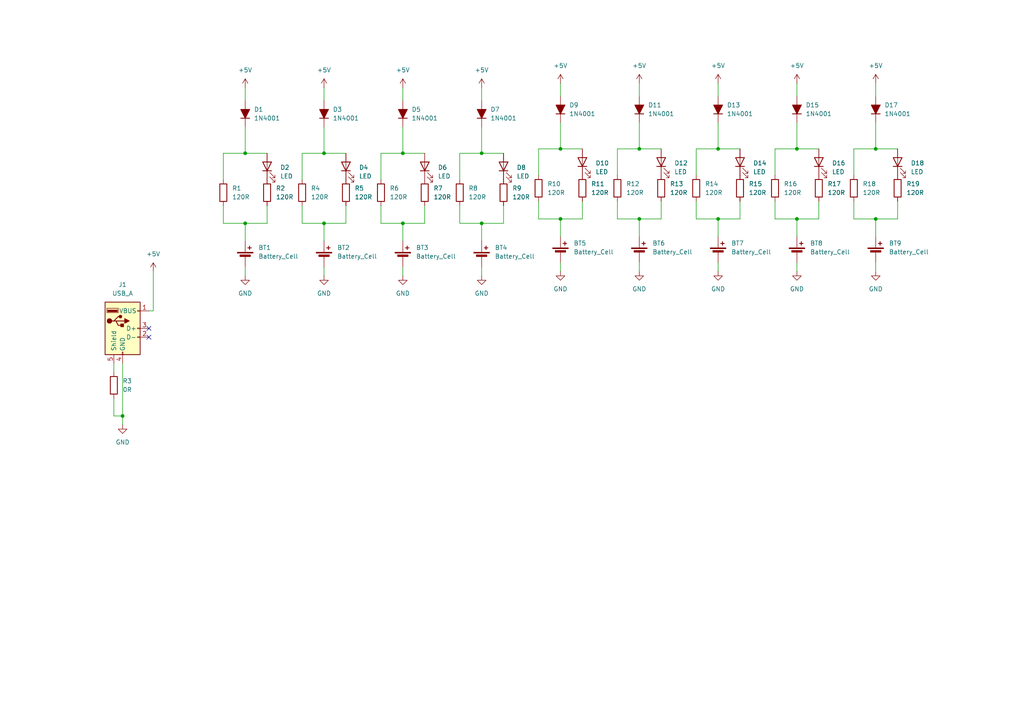
<source format=kicad_sch>
(kicad_sch (version 20231120) (generator "eeschema") (generator_version "8.0")
  (paper "A4")
  (lib_symbols
    (symbol "Connector:USB_A" (pin_names (offset 1.016))
      (property "Reference" "J" (at -5.08 11.43 0))
      (property "Value" "USB_A" (at -5.08 8.89 0))
      (symbol "USB_A_0_1"
        (rectangle (start -5.08 -7.62) (end 5.08 7.62) (stroke (width 0.254)) (fill (type background)))
        (circle (center -3.81 2.159) (radius 0.635) (stroke (width 0.254)) (fill (type outline)))
        (rectangle (start -1.524 4.826) (end -4.318 5.334) (fill (type outline)))
        (rectangle (start -1.27 4.572) (end -4.572 5.842))
        (circle (center -0.635 3.429) (radius 0.381) (stroke (width 0.254)) (fill (type outline)))
        (rectangle (start -0.127 -7.62) (end 0.127 -6.858))
        (polyline (pts (xy -3.175 2.159) (xy -2.54 2.159) (xy -1.27 3.429) (xy -0.635 3.429)) (stroke (width 0.254)))
        (polyline (pts (xy -2.54 2.159) (xy -1.905 2.159) (xy -1.27 0.889) (xy 0 0.889)) (stroke (width 0.254)))
        (polyline (pts (xy 0.635 2.794) (xy 0.635 1.524) (xy 1.905 2.159) (xy 0.635 2.794)) (stroke (width 0.254)) (fill (type outline)))
        (rectangle (start 0.254 1.27) (end -0.508 0.508) (stroke (width 0.254)) (fill (type outline)))
        (rectangle (start 5.08 -2.667) (end 4.318 -2.413))
        (rectangle (start 5.08 -0.127) (end 4.318 0.127))
        (rectangle (start 5.08 4.953) (end 4.318 5.207))
      )
      (symbol "USB_A_1_1"
        (polyline (pts (xy -1.905 2.159) (xy 0.635 2.159)) (stroke (width 0.254)))
        (pin power_in line (at 7.62 5.08 180) (length 2.54) (name "VBUS") (number "1"))
        (pin bidirectional line (at 7.62 -2.54 180) (length 2.54) (name "D-") (number "2"))
        (pin bidirectional line (at 7.62 0 180) (length 2.54) (name "D+") (number "3"))
        (pin power_in line (at 0 -10.16 90) (length 2.54) (name "GND") (number "4"))
        (pin passive line (at -2.54 -10.16 90) (length 2.54) (name "Shield") (number "5"))
      )
    )
    (symbol "Device:Battery_Cell" (pin_numbers hide) (pin_names (offset 0) hide)
      (property "Reference" "BT" (at 2.54 2.54 0))
      (property "Value" "Battery_Cell" (at 2.54 0 0))
      (symbol "Battery_Cell_0_1"
        (rectangle (start -2.286 1.778) (end 2.286 1.524) (fill (type outline)))
        (rectangle (start -1.524 1.016) (end 1.524 0.508) (fill (type outline)))
        (polyline (pts (xy 0 0.762) (xy 0 0)))
        (polyline (pts (xy 0 1.778) (xy 0 2.54)))
        (polyline (pts (xy 0.762 3.048) (xy 1.778 3.048)) (stroke (width 0.254)))
        (polyline (pts (xy 1.27 3.556) (xy 1.27 2.54)) (stroke (width 0.254)))
      )
      (symbol "Battery_Cell_1_1"
        (pin passive line (at 0 5.08 270) (length 2.54) (name "+") (number "1"))
        (pin passive line (at 0 -2.54 90) (length 2.54) (name "-") (number "2"))
      )
    )
    (symbol "Device:LED" (pin_numbers hide) (pin_names (offset 1.016) hide)
      (property "Reference" "D" (at 0 2.54 0))
      (property "Value" "LED" (at 0 -2.54 0))
      (symbol "LED_0_1"
        (polyline (pts (xy -1.27 -1.27) (xy -1.27 1.27)) (stroke (width 0.254)))
        (polyline (pts (xy -1.27 0) (xy 1.27 0)))
        (polyline (pts (xy 1.27 -1.27) (xy 1.27 1.27) (xy -1.27 0) (xy 1.27 -1.27)) (stroke (width 0.254)))
        (polyline (pts (xy -3.048 -0.762) (xy -4.572 -2.286) (xy -3.81 -2.286) (xy -4.572 -2.286) (xy -4.572 -1.524)))
        (polyline (pts (xy -1.778 -0.762) (xy -3.302 -2.286) (xy -2.54 -2.286) (xy -3.302 -2.286) (xy -3.302 -1.524)))
      )
      (symbol "LED_1_1"
        (pin passive line (at -3.81 0 0) (length 2.54) (name "K") (number "1"))
        (pin passive line (at 3.81 0 180) (length 2.54) (name "A") (number "2"))
      )
    )
    (symbol "Device:R" (pin_numbers hide) (pin_names (offset 0))
      (property "Reference" "R" (at 2.032 0 90))
      (property "Value" "R" (at 0 0 90))
      (symbol "R_0_1"
        (rectangle (start -1.016 -2.54) (end 1.016 2.54) (stroke (width 0.254)))
      )
      (symbol "R_1_1"
        (pin passive line (at 0 3.81 270) (length 1.27) (name "~") (number "1"))
        (pin passive line (at 0 -3.81 90) (length 1.27) (name "~") (number "2"))
      )
    )
    (symbol "PCM_Diode_AKL:1N4001" (pin_numbers hide) (pin_names (offset 1.016) hide)
      (property "Reference" "D" (at 0 5.08 0))
      (property "Value" "1N4001" (at 0 2.54 0))
      (symbol "1N4001_0_1"
        (polyline (pts (xy -1.27 0) (xy 1.27 0)))
        (polyline (pts (xy 1.27 1.27) (xy 1.27 -1.27)) (stroke (width 0.254)))
        (polyline (pts (xy -1.27 1.27) (xy -1.27 -1.27) (xy 1.27 0) (xy -1.27 1.27)) (stroke (width 0.254)) (fill (type outline)))
      )
      (symbol "1N4001_0_2"
        (polyline (pts (xy -2.54 -2.54) (xy 2.54 2.54)))
        (polyline (pts (xy 0 1.778) (xy 1.778 0)) (stroke (width 0.254)))
        (polyline (pts (xy -0.889 -0.889) (xy -1.778 0) (xy 0.889 0.889) (xy 0 -1.778) (xy -0.889 -0.889)) (stroke (width 0.254)) (fill (type outline)))
      )
      (symbol "1N4001_1_1"
        (pin passive line (at 3.81 0 180) (length 2.54) (name "K") (number "1"))
        (pin passive line (at -3.81 0 0) (length 2.54) (name "A") (number "2"))
      )
      (symbol "1N4001_1_2"
        (pin passive line (at 2.54 2.54 180) (length 0) (name "K") (number "1"))
        (pin passive line (at -2.54 -2.54 0) (length 0) (name "A") (number "2"))
      )
    )
    (symbol "power:+5V" (power) (pin_numbers hide) (pin_names (offset 0) hide)
      (property "Value" "+5V" (at 0 3.556 0))
      (symbol "+5V_0_1"
        (polyline (pts (xy -0.762 1.27) (xy 0 2.54)))
        (polyline (pts (xy 0 0) (xy 0 2.54)))
        (polyline (pts (xy 0 2.54) (xy 0.762 1.27)))
      )
      (symbol "+5V_1_1"
        (pin power_in line (at 0 0 90) (length 0) (name "~") (number "1"))
      )
    )
    (symbol "power:GND" (power) (pin_numbers hide) (pin_names (offset 0) hide)
      (property "Value" "GND" (at 0 -3.81 0))
      (symbol "GND_0_1"
        (polyline (pts (xy 0 0) (xy 0 -1.27) (xy 1.27 -1.27) (xy 0 -2.54) (xy -1.27 -1.27) (xy 0 -1.27)))
      )
      (symbol "GND_1_1"
        (pin power_in line (at 0 0 270) (length 0) (name "~") (number "1"))
      )
    )
  )
  (junction (at 208.28 43.18))
  (junction (at 93.98 44.45))
  (junction (at 139.7 44.45))
  (junction (at 35.56 120.65))
  (junction (at 116.84 44.45))
  (junction (at 162.56 63.5))
  (junction (at 139.7 64.77))
  (junction (at 71.12 64.77))
  (junction (at 185.42 43.18))
  (junction (at 231.14 43.18))
  (junction (at 116.84 64.77))
  (junction (at 231.14 63.5))
  (junction (at 208.28 63.5))
  (junction (at 254 63.5))
  (junction (at 162.56 43.18))
  (junction (at 93.98 64.77))
  (junction (at 254 43.18))
  (junction (at 185.42 63.5))
  (junction (at 71.12 44.45))
  (no_connect (at 43.18 95.25))
  (no_connect (at 43.18 97.79))
  (wire (pts (xy 214.63 43.18) (xy 208.28 43.18)))
  (wire (pts (xy 162.56 63.5) (xy 168.91 63.5)))
  (wire (pts (xy 93.98 64.77) (xy 100.33 64.77)))
  (wire (pts (xy 185.42 76.2) (xy 185.42 78.74)))
  (wire (pts (xy 185.42 24.13) (xy 185.42 27.94)))
  (wire (pts (xy 71.12 64.77) (xy 71.12 69.85)))
  (wire (pts (xy 179.07 58.42) (xy 179.07 63.5)))
  (wire (pts (xy 224.79 63.5) (xy 231.14 63.5)))
  (wire (pts (xy 93.98 77.47) (xy 93.98 80.01)))
  (wire (pts (xy 208.28 76.2) (xy 208.28 78.74)))
  (wire (pts (xy 162.56 63.5) (xy 162.56 68.58)))
  (wire (pts (xy 208.28 24.13) (xy 208.28 27.94)))
  (wire (pts (xy 231.14 43.18) (xy 231.14 35.56)))
  (wire (pts (xy 179.07 63.5) (xy 185.42 63.5)))
  (wire (pts (xy 139.7 64.77) (xy 139.7 69.85)))
  (wire (pts (xy 162.56 76.2) (xy 162.56 78.74)))
  (wire (pts (xy 133.35 52.07) (xy 133.35 44.45)))
  (wire (pts (xy 87.63 44.45) (xy 93.98 44.45)))
  (wire (pts (xy 231.14 76.2) (xy 231.14 78.74)))
  (wire (pts (xy 146.05 64.77) (xy 146.05 59.69)))
  (wire (pts (xy 139.7 77.47) (xy 139.7 80.01)))
  (wire (pts (xy 247.65 58.42) (xy 247.65 63.5)))
  (wire (pts (xy 71.12 25.4) (xy 71.12 29.21)))
  (wire (pts (xy 110.49 59.69) (xy 110.49 64.77)))
  (wire (pts (xy 116.84 25.4) (xy 116.84 29.21)))
  (wire (pts (xy 254 76.2) (xy 254 78.74)))
  (wire (pts (xy 133.35 44.45) (xy 139.7 44.45)))
  (wire (pts (xy 64.77 52.07) (xy 64.77 44.45)))
  (wire (pts (xy 168.91 63.5) (xy 168.91 58.42)))
  (wire (pts (xy 254 63.5) (xy 254 68.58)))
  (wire (pts (xy 224.79 50.8) (xy 224.79 43.18)))
  (wire (pts (xy 162.56 24.13) (xy 162.56 27.94)))
  (wire (pts (xy 87.63 59.69) (xy 87.63 64.77)))
  (wire (pts (xy 156.21 63.5) (xy 162.56 63.5)))
  (wire (pts (xy 116.84 64.77) (xy 116.84 69.85)))
  (wire (pts (xy 116.84 44.45) (xy 116.84 36.83)))
  (wire (pts (xy 260.35 63.5) (xy 260.35 58.42)))
  (wire (pts (xy 35.56 120.65) (xy 35.56 123.19)))
  (wire (pts (xy 254 63.5) (xy 260.35 63.5)))
  (wire (pts (xy 254 24.13) (xy 254 27.94)))
  (wire (pts (xy 110.49 44.45) (xy 116.84 44.45)))
  (wire (pts (xy 93.98 25.4) (xy 93.98 29.21)))
  (wire (pts (xy 201.93 58.42) (xy 201.93 63.5)))
  (wire (pts (xy 191.77 63.5) (xy 191.77 58.42)))
  (wire (pts (xy 44.45 90.17) (xy 44.45 78.74)))
  (wire (pts (xy 208.28 63.5) (xy 208.28 68.58)))
  (wire (pts (xy 185.42 63.5) (xy 185.42 68.58)))
  (wire (pts (xy 64.77 44.45) (xy 71.12 44.45)))
  (wire (pts (xy 33.02 115.57) (xy 33.02 120.65)))
  (wire (pts (xy 77.47 44.45) (xy 71.12 44.45)))
  (wire (pts (xy 77.47 64.77) (xy 77.47 59.69)))
  (wire (pts (xy 247.65 63.5) (xy 254 63.5)))
  (wire (pts (xy 237.49 63.5) (xy 237.49 58.42)))
  (wire (pts (xy 133.35 64.77) (xy 139.7 64.77)))
  (wire (pts (xy 139.7 64.77) (xy 146.05 64.77)))
  (wire (pts (xy 214.63 63.5) (xy 214.63 58.42)))
  (wire (pts (xy 168.91 43.18) (xy 162.56 43.18)))
  (wire (pts (xy 64.77 64.77) (xy 71.12 64.77)))
  (wire (pts (xy 146.05 44.45) (xy 139.7 44.45)))
  (wire (pts (xy 201.93 43.18) (xy 208.28 43.18)))
  (wire (pts (xy 247.65 50.8) (xy 247.65 43.18)))
  (wire (pts (xy 156.21 50.8) (xy 156.21 43.18)))
  (wire (pts (xy 179.07 50.8) (xy 179.07 43.18)))
  (wire (pts (xy 224.79 58.42) (xy 224.79 63.5)))
  (wire (pts (xy 260.35 43.18) (xy 254 43.18)))
  (wire (pts (xy 100.33 64.77) (xy 100.33 59.69)))
  (wire (pts (xy 247.65 43.18) (xy 254 43.18)))
  (wire (pts (xy 110.49 52.07) (xy 110.49 44.45)))
  (wire (pts (xy 224.79 43.18) (xy 231.14 43.18)))
  (wire (pts (xy 71.12 64.77) (xy 77.47 64.77)))
  (wire (pts (xy 33.02 105.41) (xy 33.02 107.95)))
  (wire (pts (xy 156.21 43.18) (xy 162.56 43.18)))
  (wire (pts (xy 93.98 64.77) (xy 93.98 69.85)))
  (wire (pts (xy 87.63 52.07) (xy 87.63 44.45)))
  (wire (pts (xy 93.98 44.45) (xy 93.98 36.83)))
  (wire (pts (xy 231.14 24.13) (xy 231.14 27.94)))
  (wire (pts (xy 71.12 77.47) (xy 71.12 80.01)))
  (wire (pts (xy 237.49 43.18) (xy 231.14 43.18)))
  (wire (pts (xy 33.02 120.65) (xy 35.56 120.65)))
  (wire (pts (xy 139.7 44.45) (xy 139.7 36.83)))
  (wire (pts (xy 87.63 64.77) (xy 93.98 64.77)))
  (wire (pts (xy 123.19 44.45) (xy 116.84 44.45)))
  (wire (pts (xy 201.93 50.8) (xy 201.93 43.18)))
  (wire (pts (xy 208.28 63.5) (xy 214.63 63.5)))
  (wire (pts (xy 191.77 43.18) (xy 185.42 43.18)))
  (wire (pts (xy 116.84 64.77) (xy 123.19 64.77)))
  (wire (pts (xy 185.42 63.5) (xy 191.77 63.5)))
  (wire (pts (xy 100.33 44.45) (xy 93.98 44.45)))
  (wire (pts (xy 133.35 59.69) (xy 133.35 64.77)))
  (wire (pts (xy 71.12 44.45) (xy 71.12 36.83)))
  (wire (pts (xy 156.21 58.42) (xy 156.21 63.5)))
  (wire (pts (xy 139.7 25.4) (xy 139.7 29.21)))
  (wire (pts (xy 35.56 105.41) (xy 35.56 120.65)))
  (wire (pts (xy 179.07 43.18) (xy 185.42 43.18)))
  (wire (pts (xy 208.28 43.18) (xy 208.28 35.56)))
  (wire (pts (xy 64.77 59.69) (xy 64.77 64.77)))
  (wire (pts (xy 231.14 63.5) (xy 237.49 63.5)))
  (wire (pts (xy 116.84 77.47) (xy 116.84 80.01)))
  (wire (pts (xy 185.42 43.18) (xy 185.42 35.56)))
  (wire (pts (xy 231.14 63.5) (xy 231.14 68.58)))
  (wire (pts (xy 110.49 64.77) (xy 116.84 64.77)))
  (wire (pts (xy 123.19 64.77) (xy 123.19 59.69)))
  (wire (pts (xy 201.93 63.5) (xy 208.28 63.5)))
  (wire (pts (xy 43.18 90.17) (xy 44.45 90.17)))
  (wire (pts (xy 162.56 43.18) (xy 162.56 35.56)))
  (wire (pts (xy 254 43.18) (xy 254 35.56)))
  (symbol (lib_id "Device:Battery_Cell") (at 116.84 74.93 0) (unit 1)
    (property "Reference" "BT3" (at 120.65 71.8184 0) (effects (justify left)))
    (property "Value" "Battery_Cell" (at 120.65 74.3584 0) (effects (justify left)))
    (property "Footprint" "Special_Local:UM-3X1-AA" (effects (hide yes)))
    (property "Description" "Single-cell battery" (effects (hide yes)))
  )
  (symbol (lib_id "Device:LED") (at 123.19 48.26 90) (unit 1)
    (property "Reference" "D6" (at 127 48.5774 90) (effects (justify right)))
    (property "Value" "LED" (at 127 51.1174 90) (effects (justify right)))
    (property "Footprint" "Special_Local:KPTR-3216SGC" (effects (hide yes)))
    (property "Description" "Light emitting diode" (effects (hide yes)))
  )
  (symbol (lib_id "power:+5V") (at 254 24.13 0) (unit 1)
    (property "Reference" "#PWR019" (effects (hide yes)))
    (property "Value" "+5V" (at 254 19.05 0))
    (property "Description" "Power symbol creates a global label with name \"+5V\"" (effects (hide yes)))
  )
  (symbol (lib_id "power:GND") (at 139.7 80.01 0) (unit 1)
    (property "Reference" "#PWR010" (effects (hide yes)))
    (property "Value" "GND" (at 139.7 85.09 0))
    (property "Description" "Power symbol creates a global label with name \"GND\" , ground" (effects (hide yes)))
  )
  (symbol (lib_id "Device:LED") (at 168.91 46.99 90) (unit 1)
    (property "Reference" "D10" (at 172.72 47.3074 90) (effects (justify right)))
    (property "Value" "LED" (at 172.72 49.8474 90) (effects (justify right)))
    (property "Footprint" "Special_Local:KPTR-3216SGC" (effects (hide yes)))
    (property "Description" "Light emitting diode" (effects (hide yes)))
  )
  (symbol (lib_id "Device:R") (at 123.19 55.88 0) (unit 1)
    (property "Reference" "R7" (at 125.73 54.6099 0) (effects (justify left)))
    (property "Value" "120R" (at 125.73 57.1499 0) (effects (justify left)))
    (property "Footprint" "PCM_Resistor_SMD_AKL:R_0603_1608Metric_Pad0.98x0.95mm_HandSolder" (effects (hide yes)))
    (property "Description" "Resistor" (effects (hide yes)))
  )
  (symbol (lib_id "Device:R") (at 260.35 54.61 0) (unit 1)
    (property "Reference" "R19" (at 262.89 53.3399 0) (effects (justify left)))
    (property "Value" "120R" (at 262.89 55.8799 0) (effects (justify left)))
    (property "Footprint" "PCM_Resistor_SMD_AKL:R_0603_1608Metric_Pad0.98x0.95mm_HandSolder" (effects (hide yes)))
    (property "Description" "Resistor" (effects (hide yes)))
  )
  (symbol (lib_id "PCM_Diode_AKL:1N4001") (at 254 31.75 270) (unit 1)
    (property "Reference" "D17" (at 256.54 30.4799 90) (effects (justify left)))
    (property "Value" "1N4001" (at 256.54 33.0199 90) (effects (justify left)))
    (property "Footprint" "PCM_Diode_THT_AKL:D_DO-41_SOD81_P7.62mm_Horizontal" (effects (hide yes)))
    (property "Datasheet" "https://www.tme.eu/Document/5f8ffc5ac30fc86bac97d66040bf5502/1n400x.pdf" (effects (hide yes)))
    (property "Description" "DO-41 Diode, Rectifier, 50V 1A, Alternate KiCad Library" (effects (hide yes)))
  )
  (symbol (lib_id "power:+5V") (at 162.56 24.13 0) (unit 1)
    (property "Reference" "#PWR011" (effects (hide yes)))
    (property "Value" "+5V" (at 162.56 19.05 0))
    (property "Description" "Power symbol creates a global label with name \"+5V\"" (effects (hide yes)))
  )
  (symbol (lib_id "PCM_Diode_AKL:1N4001") (at 93.98 33.02 270) (unit 1)
    (property "Reference" "D3" (at 96.52 31.7499 90) (effects (justify left)))
    (property "Value" "1N4001" (at 96.52 34.2899 90) (effects (justify left)))
    (property "Footprint" "PCM_Diode_THT_AKL:D_DO-41_SOD81_P7.62mm_Horizontal" (effects (hide yes)))
    (property "Datasheet" "https://www.tme.eu/Document/5f8ffc5ac30fc86bac97d66040bf5502/1n400x.pdf" (effects (hide yes)))
    (property "Description" "DO-41 Diode, Rectifier, 50V 1A, Alternate KiCad Library" (effects (hide yes)))
  )
  (symbol (lib_id "PCM_Diode_AKL:1N4001") (at 231.14 31.75 270) (unit 1)
    (property "Reference" "D15" (at 233.68 30.4799 90) (effects (justify left)))
    (property "Value" "1N4001" (at 233.68 33.0199 90) (effects (justify left)))
    (property "Footprint" "PCM_Diode_THT_AKL:D_DO-41_SOD81_P7.62mm_Horizontal" (effects (hide yes)))
    (property "Datasheet" "https://www.tme.eu/Document/5f8ffc5ac30fc86bac97d66040bf5502/1n400x.pdf" (effects (hide yes)))
    (property "Description" "DO-41 Diode, Rectifier, 50V 1A, Alternate KiCad Library" (effects (hide yes)))
  )
  (symbol (lib_id "PCM_Diode_AKL:1N4001") (at 116.84 33.02 270) (unit 1)
    (property "Reference" "D5" (at 119.38 31.7499 90) (effects (justify left)))
    (property "Value" "1N4001" (at 119.38 34.2899 90) (effects (justify left)))
    (property "Footprint" "PCM_Diode_THT_AKL:D_DO-41_SOD81_P7.62mm_Horizontal" (effects (hide yes)))
    (property "Datasheet" "https://www.tme.eu/Document/5f8ffc5ac30fc86bac97d66040bf5502/1n400x.pdf" (effects (hide yes)))
    (property "Description" "DO-41 Diode, Rectifier, 50V 1A, Alternate KiCad Library" (effects (hide yes)))
  )
  (symbol (lib_id "Device:R") (at 237.49 54.61 0) (unit 1)
    (property "Reference" "R17" (at 240.03 53.3399 0) (effects (justify left)))
    (property "Value" "120R" (at 240.03 55.8799 0) (effects (justify left)))
    (property "Footprint" "PCM_Resistor_SMD_AKL:R_0603_1608Metric_Pad0.98x0.95mm_HandSolder" (effects (hide yes)))
    (property "Description" "Resistor" (effects (hide yes)))
  )
  (symbol (lib_id "power:+5V") (at 139.7 25.4 0) (unit 1)
    (property "Reference" "#PWR09" (effects (hide yes)))
    (property "Value" "+5V" (at 139.7 20.32 0))
    (property "Description" "Power symbol creates a global label with name \"+5V\"" (effects (hide yes)))
  )
  (symbol (lib_id "power:GND") (at 162.56 78.74 0) (unit 1)
    (property "Reference" "#PWR012" (effects (hide yes)))
    (property "Value" "GND" (at 162.56 83.82 0))
    (property "Description" "Power symbol creates a global label with name \"GND\" , ground" (effects (hide yes)))
  )
  (symbol (lib_id "Device:Battery_Cell") (at 231.14 73.66 0) (unit 1)
    (property "Reference" "BT8" (at 234.95 70.5484 0) (effects (justify left)))
    (property "Value" "Battery_Cell" (at 234.95 73.0884 0) (effects (justify left)))
    (property "Footprint" "Special_Local:UM-3X1-AA" (effects (hide yes)))
    (property "Description" "Single-cell battery" (effects (hide yes)))
  )
  (symbol (lib_id "Device:R") (at 33.02 111.76 0) (unit 1)
    (property "Reference" "R3" (at 35.56 110.4899 0) (effects (justify left)))
    (property "Value" "0R" (at 35.56 113.0299 0) (effects (justify left)))
    (property "Footprint" "PCM_Resistor_SMD_AKL:R_0603_1608Metric_Pad0.98x0.95mm_HandSolder" (effects (hide yes)))
    (property "Description" "Resistor" (effects (hide yes)))
  )
  (symbol (lib_id "Device:LED") (at 214.63 46.99 90) (unit 1)
    (property "Reference" "D14" (at 218.44 47.3074 90) (effects (justify right)))
    (property "Value" "LED" (at 218.44 49.8474 90) (effects (justify right)))
    (property "Footprint" "Special_Local:KPTR-3216SGC" (effects (hide yes)))
    (property "Description" "Light emitting diode" (effects (hide yes)))
  )
  (symbol (lib_id "Device:Battery_Cell") (at 71.12 74.93 0) (unit 1)
    (property "Reference" "BT1" (at 74.93 71.8184 0) (effects (justify left)))
    (property "Value" "Battery_Cell" (at 74.93 74.3584 0) (effects (justify left)))
    (property "Footprint" "Special_Local:UM-3X1-AA" (effects (hide yes)))
    (property "Description" "Single-cell battery" (effects (hide yes)))
  )
  (symbol (lib_id "power:+5V") (at 208.28 24.13 0) (unit 1)
    (property "Reference" "#PWR015" (effects (hide yes)))
    (property "Value" "+5V" (at 208.28 19.05 0))
    (property "Description" "Power symbol creates a global label with name \"+5V\"" (effects (hide yes)))
  )
  (symbol (lib_id "power:GND") (at 185.42 78.74 0) (unit 1)
    (property "Reference" "#PWR014" (effects (hide yes)))
    (property "Value" "GND" (at 185.42 83.82 0))
    (property "Description" "Power symbol creates a global label with name \"GND\" , ground" (effects (hide yes)))
  )
  (symbol (lib_id "power:+5V") (at 71.12 25.4 0) (unit 1)
    (property "Reference" "#PWR01" (effects (hide yes)))
    (property "Value" "+5V" (at 71.12 20.32 0))
    (property "Description" "Power symbol creates a global label with name \"+5V\"" (effects (hide yes)))
  )
  (symbol (lib_id "Device:R") (at 247.65 54.61 0) (unit 1)
    (property "Reference" "R18" (at 250.19 53.3399 0) (effects (justify left)))
    (property "Value" "120R" (at 250.19 55.8799 0) (effects (justify left)))
    (property "Footprint" "PCM_Resistor_SMD_AKL:R_0603_1608Metric_Pad0.98x0.95mm_HandSolder" (effects (hide yes)))
    (property "Description" "Resistor" (effects (hide yes)))
  )
  (symbol (lib_id "Device:LED") (at 260.35 46.99 90) (unit 1)
    (property "Reference" "D18" (at 264.16 47.3074 90) (effects (justify right)))
    (property "Value" "LED" (at 264.16 49.8474 90) (effects (justify right)))
    (property "Footprint" "Special_Local:KPTR-3216SGC" (effects (hide yes)))
    (property "Description" "Light emitting diode" (effects (hide yes)))
  )
  (symbol (lib_id "Device:LED") (at 100.33 48.26 90) (unit 1)
    (property "Reference" "D4" (at 104.14 48.5774 90) (effects (justify right)))
    (property "Value" "LED" (at 104.14 51.1174 90) (effects (justify right)))
    (property "Footprint" "Special_Local:KPTR-3216SGC" (effects (hide yes)))
    (property "Description" "Light emitting diode" (effects (hide yes)))
  )
  (symbol (lib_id "Connector:USB_A") (at 35.56 95.25 0) (unit 1)
    (property "Reference" "J1" (at 35.56 82.55 0))
    (property "Value" "USB_A" (at 35.56 85.09 0))
    (property "Footprint" "Connector_USB:USB_A_Stewart_SS-52100-001_Horizontal" (effects (hide yes)))
    (property "Description" "USB Type A connector" (effects (hide yes)))
  )
  (symbol (lib_id "power:GND") (at 116.84 80.01 0) (unit 1)
    (property "Reference" "#PWR08" (effects (hide yes)))
    (property "Value" "GND" (at 116.84 85.09 0))
    (property "Description" "Power symbol creates a global label with name \"GND\" , ground" (effects (hide yes)))
  )
  (symbol (lib_id "Device:R") (at 191.77 54.61 0) (unit 1)
    (property "Reference" "R13" (at 194.31 53.3399 0) (effects (justify left)))
    (property "Value" "120R" (at 194.31 55.8799 0) (effects (justify left)))
    (property "Footprint" "PCM_Resistor_SMD_AKL:R_0603_1608Metric_Pad0.98x0.95mm_HandSolder" (effects (hide yes)))
    (property "Description" "Resistor" (effects (hide yes)))
  )
  (symbol (lib_id "PCM_Diode_AKL:1N4001") (at 185.42 31.75 270) (unit 1)
    (property "Reference" "D11" (at 187.96 30.4799 90) (effects (justify left)))
    (property "Value" "1N4001" (at 187.96 33.0199 90) (effects (justify left)))
    (property "Footprint" "PCM_Diode_THT_AKL:D_DO-41_SOD81_P7.62mm_Horizontal" (effects (hide yes)))
    (property "Datasheet" "https://www.tme.eu/Document/5f8ffc5ac30fc86bac97d66040bf5502/1n400x.pdf" (effects (hide yes)))
    (property "Description" "DO-41 Diode, Rectifier, 50V 1A, Alternate KiCad Library" (effects (hide yes)))
  )
  (symbol (lib_id "power:+5V") (at 231.14 24.13 0) (unit 1)
    (property "Reference" "#PWR017" (effects (hide yes)))
    (property "Value" "+5V" (at 231.14 19.05 0))
    (property "Description" "Power symbol creates a global label with name \"+5V\"" (effects (hide yes)))
  )
  (symbol (lib_id "power:+5V") (at 44.45 78.74 0) (unit 1)
    (property "Reference" "#PWR04" (effects (hide yes)))
    (property "Value" "+5V" (at 44.45 73.66 0))
    (property "Description" "Power symbol creates a global label with name \"+5V\"" (effects (hide yes)))
  )
  (symbol (lib_id "Device:R") (at 77.47 55.88 0) (unit 1)
    (property "Reference" "R2" (at 80.01 54.6099 0) (effects (justify left)))
    (property "Value" "120R" (at 80.01 57.1499 0) (effects (justify left)))
    (property "Footprint" "PCM_Resistor_SMD_AKL:R_0603_1608Metric_Pad0.98x0.95mm_HandSolder" (effects (hide yes)))
    (property "Description" "Resistor" (effects (hide yes)))
  )
  (symbol (lib_id "Device:Battery_Cell") (at 208.28 73.66 0) (unit 1)
    (property "Reference" "BT7" (at 212.09 70.5484 0) (effects (justify left)))
    (property "Value" "Battery_Cell" (at 212.09 73.0884 0) (effects (justify left)))
    (property "Footprint" "Special_Local:UM-3X1-AA" (effects (hide yes)))
    (property "Description" "Single-cell battery" (effects (hide yes)))
  )
  (symbol (lib_id "power:GND") (at 93.98 80.01 0) (unit 1)
    (property "Reference" "#PWR06" (effects (hide yes)))
    (property "Value" "GND" (at 93.98 85.09 0))
    (property "Description" "Power symbol creates a global label with name \"GND\" , ground" (effects (hide yes)))
  )
  (symbol (lib_id "Device:LED") (at 77.47 48.26 90) (unit 1)
    (property "Reference" "D2" (at 81.28 48.5774 90) (effects (justify right)))
    (property "Value" "LED" (at 81.28 51.1174 90) (effects (justify right)))
    (property "Footprint" "Special_Local:KPTR-3216SGC" (effects (hide yes)))
    (property "Description" "Light emitting diode" (effects (hide yes)))
  )
  (symbol (lib_id "Device:R") (at 64.77 55.88 0) (unit 1)
    (property "Reference" "R1" (at 67.31 54.6099 0) (effects (justify left)))
    (property "Value" "120R" (at 67.31 57.1499 0) (effects (justify left)))
    (property "Footprint" "PCM_Resistor_SMD_AKL:R_0603_1608Metric_Pad0.98x0.95mm_HandSolder" (effects (hide yes)))
    (property "Description" "Resistor" (effects (hide yes)))
  )
  (symbol (lib_id "Device:R") (at 224.79 54.61 0) (unit 1)
    (property "Reference" "R16" (at 227.33 53.3399 0) (effects (justify left)))
    (property "Value" "120R" (at 227.33 55.8799 0) (effects (justify left)))
    (property "Footprint" "PCM_Resistor_SMD_AKL:R_0603_1608Metric_Pad0.98x0.95mm_HandSolder" (effects (hide yes)))
    (property "Description" "Resistor" (effects (hide yes)))
  )
  (symbol (lib_id "Device:LED") (at 146.05 48.26 90) (unit 1)
    (property "Reference" "D8" (at 149.86 48.5774 90) (effects (justify right)))
    (property "Value" "LED" (at 149.86 51.1174 90) (effects (justify right)))
    (property "Footprint" "Special_Local:KPTR-3216SGC" (effects (hide yes)))
    (property "Description" "Light emitting diode" (effects (hide yes)))
  )
  (symbol (lib_id "Device:R") (at 146.05 55.88 0) (unit 1)
    (property "Reference" "R9" (at 148.59 54.6099 0) (effects (justify left)))
    (property "Value" "120R" (at 148.59 57.1499 0) (effects (justify left)))
    (property "Footprint" "PCM_Resistor_SMD_AKL:R_0603_1608Metric_Pad0.98x0.95mm_HandSolder" (effects (hide yes)))
    (property "Description" "Resistor" (effects (hide yes)))
  )
  (symbol (lib_id "Device:R") (at 156.21 54.61 0) (unit 1)
    (property "Reference" "R10" (at 158.75 53.3399 0) (effects (justify left)))
    (property "Value" "120R" (at 158.75 55.8799 0) (effects (justify left)))
    (property "Footprint" "PCM_Resistor_SMD_AKL:R_0603_1608Metric_Pad0.98x0.95mm_HandSolder" (effects (hide yes)))
    (property "Description" "Resistor" (effects (hide yes)))
  )
  (symbol (lib_id "power:GND") (at 71.12 80.01 0) (unit 1)
    (property "Reference" "#PWR02" (effects (hide yes)))
    (property "Value" "GND" (at 71.12 85.09 0))
    (property "Description" "Power symbol creates a global label with name \"GND\" , ground" (effects (hide yes)))
  )
  (symbol (lib_id "Device:R") (at 214.63 54.61 0) (unit 1)
    (property "Reference" "R15" (at 217.17 53.3399 0) (effects (justify left)))
    (property "Value" "120R" (at 217.17 55.8799 0) (effects (justify left)))
    (property "Footprint" "PCM_Resistor_SMD_AKL:R_0603_1608Metric_Pad0.98x0.95mm_HandSolder" (effects (hide yes)))
    (property "Description" "Resistor" (effects (hide yes)))
  )
  (symbol (lib_id "Device:R") (at 168.91 54.61 0) (unit 1)
    (property "Reference" "R11" (at 171.45 53.3399 0) (effects (justify left)))
    (property "Value" "120R" (at 171.45 55.8799 0) (effects (justify left)))
    (property "Footprint" "PCM_Resistor_SMD_AKL:R_0603_1608Metric_Pad0.98x0.95mm_HandSolder" (effects (hide yes)))
    (property "Description" "Resistor" (effects (hide yes)))
  )
  (symbol (lib_id "Device:LED") (at 237.49 46.99 90) (unit 1)
    (property "Reference" "D16" (at 241.3 47.3074 90) (effects (justify right)))
    (property "Value" "LED" (at 241.3 49.8474 90) (effects (justify right)))
    (property "Footprint" "Special_Local:KPTR-3216SGC" (effects (hide yes)))
    (property "Description" "Light emitting diode" (effects (hide yes)))
  )
  (symbol (lib_id "PCM_Diode_AKL:1N4001") (at 71.12 33.02 270) (unit 1)
    (property "Reference" "D1" (at 73.66 31.7499 90) (effects (justify left)))
    (property "Value" "1N4001" (at 73.66 34.2899 90) (effects (justify left)))
    (property "Footprint" "PCM_Diode_THT_AKL:D_DO-41_SOD81_P7.62mm_Horizontal" (effects (hide yes)))
    (property "Datasheet" "https://www.tme.eu/Document/5f8ffc5ac30fc86bac97d66040bf5502/1n400x.pdf" (effects (hide yes)))
    (property "Description" "DO-41 Diode, Rectifier, 50V 1A, Alternate KiCad Library" (effects (hide yes)))
  )
  (symbol (lib_id "PCM_Diode_AKL:1N4001") (at 208.28 31.75 270) (unit 1)
    (property "Reference" "D13" (at 210.82 30.4799 90) (effects (justify left)))
    (property "Value" "1N4001" (at 210.82 33.0199 90) (effects (justify left)))
    (property "Footprint" "PCM_Diode_THT_AKL:D_DO-41_SOD81_P7.62mm_Horizontal" (effects (hide yes)))
    (property "Datasheet" "https://www.tme.eu/Document/5f8ffc5ac30fc86bac97d66040bf5502/1n400x.pdf" (effects (hide yes)))
    (property "Description" "DO-41 Diode, Rectifier, 50V 1A, Alternate KiCad Library" (effects (hide yes)))
  )
  (symbol (lib_id "Device:R") (at 100.33 55.88 0) (unit 1)
    (property "Reference" "R5" (at 102.87 54.6099 0) (effects (justify left)))
    (property "Value" "120R" (at 102.87 57.1499 0) (effects (justify left)))
    (property "Footprint" "PCM_Resistor_SMD_AKL:R_0603_1608Metric_Pad0.98x0.95mm_HandSolder" (effects (hide yes)))
    (property "Description" "Resistor" (effects (hide yes)))
  )
  (symbol (lib_id "power:+5V") (at 93.98 25.4 0) (unit 1)
    (property "Reference" "#PWR05" (effects (hide yes)))
    (property "Value" "+5V" (at 93.98 20.32 0))
    (property "Description" "Power symbol creates a global label with name \"+5V\"" (effects (hide yes)))
  )
  (symbol (lib_id "Device:Battery_Cell") (at 162.56 73.66 0) (unit 1)
    (property "Reference" "BT5" (at 166.37 70.5484 0) (effects (justify left)))
    (property "Value" "Battery_Cell" (at 166.37 73.0884 0) (effects (justify left)))
    (property "Footprint" "Special_Local:UM-3X1-AA" (effects (hide yes)))
    (property "Description" "Single-cell battery" (effects (hide yes)))
  )
  (symbol (lib_id "Device:R") (at 201.93 54.61 0) (unit 1)
    (property "Reference" "R14" (at 204.47 53.3399 0) (effects (justify left)))
    (property "Value" "120R" (at 204.47 55.8799 0) (effects (justify left)))
    (property "Footprint" "PCM_Resistor_SMD_AKL:R_0603_1608Metric_Pad0.98x0.95mm_HandSolder" (effects (hide yes)))
    (property "Description" "Resistor" (effects (hide yes)))
  )
  (symbol (lib_id "PCM_Diode_AKL:1N4001") (at 162.56 31.75 270) (unit 1)
    (property "Reference" "D9" (at 165.1 30.4799 90) (effects (justify left)))
    (property "Value" "1N4001" (at 165.1 33.0199 90) (effects (justify left)))
    (property "Footprint" "PCM_Diode_THT_AKL:D_DO-41_SOD81_P7.62mm_Horizontal" (effects (hide yes)))
    (property "Datasheet" "https://www.tme.eu/Document/5f8ffc5ac30fc86bac97d66040bf5502/1n400x.pdf" (effects (hide yes)))
    (property "Description" "DO-41 Diode, Rectifier, 50V 1A, Alternate KiCad Library" (effects (hide yes)))
  )
  (symbol (lib_id "Device:Battery_Cell") (at 93.98 74.93 0) (unit 1)
    (property "Reference" "BT2" (at 97.79 71.8184 0) (effects (justify left)))
    (property "Value" "Battery_Cell" (at 97.79 74.3584 0) (effects (justify left)))
    (property "Footprint" "Special_Local:UM-3X1-AA" (effects (hide yes)))
    (property "Description" "Single-cell battery" (effects (hide yes)))
  )
  (symbol (lib_id "power:+5V") (at 185.42 24.13 0) (unit 1)
    (property "Reference" "#PWR013" (effects (hide yes)))
    (property "Value" "+5V" (at 185.42 19.05 0))
    (property "Description" "Power symbol creates a global label with name \"+5V\"" (effects (hide yes)))
  )
  (symbol (lib_id "power:GND") (at 208.28 78.74 0) (unit 1)
    (property "Reference" "#PWR016" (effects (hide yes)))
    (property "Value" "GND" (at 208.28 83.82 0))
    (property "Description" "Power symbol creates a global label with name \"GND\" , ground" (effects (hide yes)))
  )
  (symbol (lib_id "Device:LED") (at 191.77 46.99 90) (unit 1)
    (property "Reference" "D12" (at 195.58 47.3074 90) (effects (justify right)))
    (property "Value" "LED" (at 195.58 49.8474 90) (effects (justify right)))
    (property "Footprint" "Special_Local:KPTR-3216SGC" (effects (hide yes)))
    (property "Description" "Light emitting diode" (effects (hide yes)))
  )
  (symbol (lib_id "Device:R") (at 179.07 54.61 0) (unit 1)
    (property "Reference" "R12" (at 181.61 53.3399 0) (effects (justify left)))
    (property "Value" "120R" (at 181.61 55.8799 0) (effects (justify left)))
    (property "Footprint" "PCM_Resistor_SMD_AKL:R_0603_1608Metric_Pad0.98x0.95mm_HandSolder" (effects (hide yes)))
    (property "Description" "Resistor" (effects (hide yes)))
  )
  (symbol (lib_id "power:GND") (at 231.14 78.74 0) (unit 1)
    (property "Reference" "#PWR018" (effects (hide yes)))
    (property "Value" "GND" (at 231.14 83.82 0))
    (property "Description" "Power symbol creates a global label with name \"GND\" , ground" (effects (hide yes)))
  )
  (symbol (lib_id "power:GND") (at 35.56 123.19 0) (unit 1)
    (property "Reference" "#PWR03" (effects (hide yes)))
    (property "Value" "GND" (at 35.56 128.27 0))
    (property "Description" "Power symbol creates a global label with name \"GND\" , ground" (effects (hide yes)))
  )
  (symbol (lib_id "Device:R") (at 110.49 55.88 0) (unit 1)
    (property "Reference" "R6" (at 113.03 54.6099 0) (effects (justify left)))
    (property "Value" "120R" (at 113.03 57.1499 0) (effects (justify left)))
    (property "Footprint" "PCM_Resistor_SMD_AKL:R_0603_1608Metric_Pad0.98x0.95mm_HandSolder" (effects (hide yes)))
    (property "Description" "Resistor" (effects (hide yes)))
  )
  (symbol (lib_id "power:+5V") (at 116.84 25.4 0) (unit 1)
    (property "Reference" "#PWR07" (effects (hide yes)))
    (property "Value" "+5V" (at 116.84 20.32 0))
    (property "Description" "Power symbol creates a global label with name \"+5V\"" (effects (hide yes)))
  )
  (symbol (lib_id "Device:R") (at 133.35 55.88 0) (unit 1)
    (property "Reference" "R8" (at 135.89 54.6099 0) (effects (justify left)))
    (property "Value" "120R" (at 135.89 57.1499 0) (effects (justify left)))
    (property "Footprint" "PCM_Resistor_SMD_AKL:R_0603_1608Metric_Pad0.98x0.95mm_HandSolder" (effects (hide yes)))
    (property "Description" "Resistor" (effects (hide yes)))
  )
  (symbol (lib_id "Device:R") (at 87.63 55.88 0) (unit 1)
    (property "Reference" "R4" (at 90.17 54.6099 0) (effects (justify left)))
    (property "Value" "120R" (at 90.17 57.1499 0) (effects (justify left)))
    (property "Footprint" "PCM_Resistor_SMD_AKL:R_0603_1608Metric_Pad0.98x0.95mm_HandSolder" (effects (hide yes)))
    (property "Description" "Resistor" (effects (hide yes)))
  )
  (symbol (lib_id "Device:Battery_Cell") (at 185.42 73.66 0) (unit 1)
    (property "Reference" "BT6" (at 189.23 70.5484 0) (effects (justify left)))
    (property "Value" "Battery_Cell" (at 189.23 73.0884 0) (effects (justify left)))
    (property "Footprint" "Special_Local:UM-3X1-AA" (effects (hide yes)))
    (property "Description" "Single-cell battery" (effects (hide yes)))
  )
  (symbol (lib_id "power:GND") (at 254 78.74 0) (unit 1)
    (property "Reference" "#PWR020" (effects (hide yes)))
    (property "Value" "GND" (at 254 83.82 0))
    (property "Description" "Power symbol creates a global label with name \"GND\" , ground" (effects (hide yes)))
  )
  (symbol (lib_id "PCM_Diode_AKL:1N4001") (at 139.7 33.02 270) (unit 1)
    (property "Reference" "D7" (at 142.24 31.7499 90) (effects (justify left)))
    (property "Value" "1N4001" (at 142.24 34.2899 90) (effects (justify left)))
    (property "Footprint" "PCM_Diode_THT_AKL:D_DO-41_SOD81_P7.62mm_Horizontal" (effects (hide yes)))
    (property "Datasheet" "https://www.tme.eu/Document/5f8ffc5ac30fc86bac97d66040bf5502/1n400x.pdf" (effects (hide yes)))
    (property "Description" "DO-41 Diode, Rectifier, 50V 1A, Alternate KiCad Library" (effects (hide yes)))
  )
  (symbol (lib_id "Device:Battery_Cell") (at 139.7 74.93 0) (unit 1)
    (property "Reference" "BT4" (at 143.51 71.8184 0) (effects (justify left)))
    (property "Value" "Battery_Cell" (at 143.51 74.3584 0) (effects (justify left)))
    (property "Footprint" "Special_Local:UM-3X1-AA" (effects (hide yes)))
    (property "Description" "Single-cell battery" (effects (hide yes)))
  )
  (symbol (lib_id "Device:Battery_Cell") (at 254 73.66 0) (unit 1)
    (property "Reference" "BT9" (at 257.81 70.5484 0) (effects (justify left)))
    (property "Value" "Battery_Cell" (at 257.81 73.0884 0) (effects (justify left)))
    (property "Footprint" "Special_Local:UM-3X1-AA" (effects (hide yes)))
    (property "Description" "Single-cell battery" (effects (hide yes)))
  )
)
</source>
